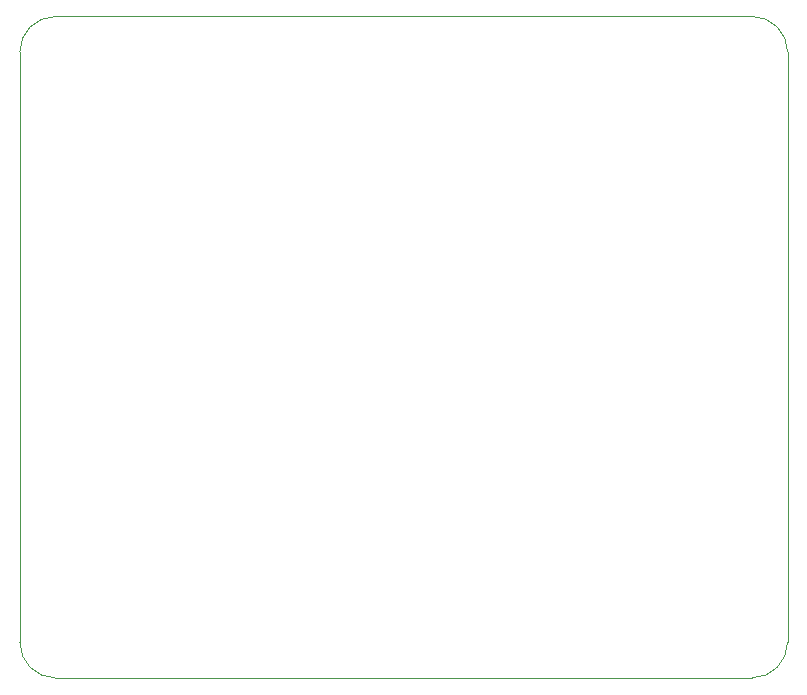
<source format=gbr>
G04 #@! TF.GenerationSoftware,KiCad,Pcbnew,5.1.9*
G04 #@! TF.CreationDate,2021-02-16T22:26:49+01:00*
G04 #@! TF.ProjectId,raspberrypi_hat,72617370-6265-4727-9279-70695f686174,rev?*
G04 #@! TF.SameCoordinates,Original*
G04 #@! TF.FileFunction,Profile,NP*
%FSLAX46Y46*%
G04 Gerber Fmt 4.6, Leading zero omitted, Abs format (unit mm)*
G04 Created by KiCad (PCBNEW 5.1.9) date 2021-02-16 22:26:49*
%MOMM*%
%LPD*%
G01*
G04 APERTURE LIST*
G04 #@! TA.AperFunction,Profile*
%ADD10C,0.100000*%
G04 #@! TD*
G04 APERTURE END LIST*
D10*
X78546356Y-63817611D02*
X78546361Y-113812375D01*
X78546356Y-63817611D02*
G75*
G02*
X81546356Y-60817611I3000000J0D01*
G01*
X140546356Y-60817611D02*
X81546356Y-60817611D01*
X140546356Y-60817611D02*
G75*
G02*
X143546356Y-63817611I0J-3000000D01*
G01*
X143546356Y-113817611D02*
X143546356Y-63817611D01*
X81546361Y-116812375D02*
G75*
G02*
X78546361Y-113812375I0J3000000D01*
G01*
X81546361Y-116812375D02*
X140546361Y-116812375D01*
X143546356Y-113817611D02*
G75*
G02*
X140546361Y-116812375I-2999995J5236D01*
G01*
M02*

</source>
